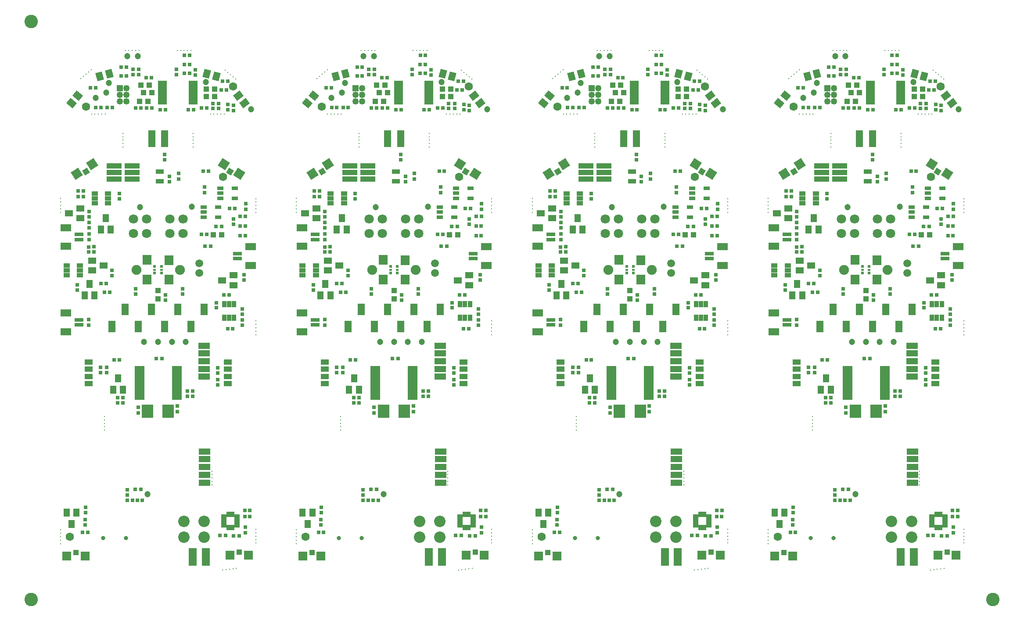
<source format=gts>
G04*
G04 #@! TF.GenerationSoftware,Altium Limited,Altium Designer,18.0.9 (584)*
G04*
G04 Layer_Color=8388736*
%FSLAX44Y44*%
%MOMM*%
G71*
G01*
G75*
%ADD89C,2.6000*%
%ADD90R,2.2032X1.2222*%
%ADD91R,2.2032X2.6032*%
%ADD92R,1.1032X1.1032*%
%ADD93R,0.8032X0.8032*%
%ADD94R,0.8032X0.8032*%
%ADD95R,1.1032X1.1032*%
%ADD96P,2.4087X4X192.3*%
%ADD97P,1.5602X4X192.3*%
%ADD98P,1.5602X4X257.7*%
%ADD99P,2.4087X4X257.7*%
%ADD100R,1.6000X3.4000*%
%ADD101R,1.7032X1.9532*%
%ADD102R,1.4032X3.2032*%
%ADD103R,1.7032X1.7032*%
%ADD104R,0.6032X0.6032*%
%ADD105R,0.6032X0.4032*%
%ADD106R,2.9496X1.0996*%
%ADD107R,1.4001X2.3102*%
%ADD108R,1.2032X1.6032*%
%ADD109R,0.8032X0.7032*%
%ADD110R,1.5032X0.9032*%
%ADD111R,0.7032X0.8032*%
%ADD112R,1.3032X0.8032*%
%ADD113R,1.0162X0.5082*%
%ADD114R,0.5082X1.0162*%
%ADD115R,1.2032X0.9032*%
%ADD116R,0.9032X1.2032*%
%ADD117R,1.9532X0.6532*%
%ADD118R,1.6032X1.0032*%
%ADD119C,1.2032*%
%ADD120C,1.6000*%
%ADD121R,1.6032X1.2032*%
%ADD122R,1.7532X0.8032*%
%ADD123R,2.0032X1.4032*%
G04:AMPARAMS|DCode=124|XSize=1.3032mm|YSize=1.6032mm|CornerRadius=0mm|HoleSize=0mm|Usage=FLASHONLY|Rotation=165.000|XOffset=0mm|YOffset=0mm|HoleType=Round|Shape=Rectangle|*
%AMROTATEDRECTD124*
4,1,4,0.8369,0.6056,0.4219,-0.9429,-0.8369,-0.6056,-0.4219,0.9429,0.8369,0.6056,0.0*
%
%ADD124ROTATEDRECTD124*%

G04:AMPARAMS|DCode=125|XSize=1.3032mm|YSize=1.6032mm|CornerRadius=0mm|HoleSize=0mm|Usage=FLASHONLY|Rotation=127.000|XOffset=0mm|YOffset=0mm|HoleType=Round|Shape=Rectangle|*
%AMROTATEDRECTD125*
4,1,4,1.0323,-0.0380,-0.2480,-1.0028,-1.0323,0.0380,0.2480,1.0028,1.0323,-0.0380,0.0*
%
%ADD125ROTATEDRECTD125*%

G04:AMPARAMS|DCode=126|XSize=1.3032mm|YSize=1.6032mm|CornerRadius=0mm|HoleSize=0mm|Usage=FLASHONLY|Rotation=195.000|XOffset=0mm|YOffset=0mm|HoleType=Round|Shape=Rectangle|*
%AMROTATEDRECTD126*
4,1,4,0.4219,0.9429,0.8369,-0.6056,-0.4219,-0.9429,-0.8369,0.6056,0.4219,0.9429,0.0*
%
%ADD126ROTATEDRECTD126*%

G04:AMPARAMS|DCode=127|XSize=1.3032mm|YSize=1.6032mm|CornerRadius=0mm|HoleSize=0mm|Usage=FLASHONLY|Rotation=230.000|XOffset=0mm|YOffset=0mm|HoleType=Round|Shape=Rectangle|*
%AMROTATEDRECTD127*
4,1,4,-0.1952,1.0144,1.0329,-0.0161,0.1952,-1.0144,-1.0329,0.0161,-0.1952,1.0144,0.0*
%
%ADD127ROTATEDRECTD127*%

%ADD128R,1.6532X0.6532*%
%ADD129C,0.2032*%
%ADD130C,0.9032*%
%ADD131C,1.8034*%
%ADD132C,2.2032*%
%ADD133C,1.9024*%
%ADD134C,1.5028*%
%ADD135C,0.8032*%
%ADD136C,1.2532*%
%ADD137R,1.2532X1.2532*%
D89*
X70000Y70000D02*
D03*
Y1185250D02*
D03*
X1925430Y70000D02*
D03*
D90*
X403893Y559691D02*
D03*
Y544691D02*
D03*
Y529691D02*
D03*
Y514691D02*
D03*
Y499691D02*
D03*
X404501Y295489D02*
D03*
Y310489D02*
D03*
Y325489D02*
D03*
Y340489D02*
D03*
Y355489D02*
D03*
X859000Y559691D02*
D03*
Y544691D02*
D03*
Y529691D02*
D03*
Y514691D02*
D03*
Y499691D02*
D03*
X859608Y295489D02*
D03*
Y310489D02*
D03*
Y325489D02*
D03*
Y340489D02*
D03*
Y355489D02*
D03*
X1314107Y559691D02*
D03*
Y544691D02*
D03*
Y529691D02*
D03*
Y514691D02*
D03*
Y499691D02*
D03*
X1314716Y295489D02*
D03*
Y310489D02*
D03*
Y325489D02*
D03*
Y340489D02*
D03*
Y355489D02*
D03*
X1769215Y559691D02*
D03*
Y544691D02*
D03*
Y529691D02*
D03*
Y514691D02*
D03*
Y499691D02*
D03*
X1769823Y295489D02*
D03*
Y310489D02*
D03*
Y325489D02*
D03*
Y340489D02*
D03*
Y355489D02*
D03*
D91*
X294649Y432852D02*
D03*
X334649D02*
D03*
X749757D02*
D03*
X789757D02*
D03*
X1204864D02*
D03*
X1244864D02*
D03*
X1659972D02*
D03*
X1699972D02*
D03*
D92*
X314993Y665607D02*
D03*
Y649607D02*
D03*
X770100Y665607D02*
D03*
Y649607D02*
D03*
X1225207Y665607D02*
D03*
Y649607D02*
D03*
X1680315Y665607D02*
D03*
Y649607D02*
D03*
D93*
X276385Y429578D02*
D03*
Y440578D02*
D03*
X352077Y443548D02*
D03*
Y432548D02*
D03*
X354305Y892448D02*
D03*
Y881448D02*
D03*
X483395Y198249D02*
D03*
Y209249D02*
D03*
X181201Y610060D02*
D03*
Y599060D02*
D03*
X181551Y775200D02*
D03*
Y764200D02*
D03*
X404801Y865450D02*
D03*
Y854450D02*
D03*
X483751Y822250D02*
D03*
Y833250D02*
D03*
X731492Y429578D02*
D03*
Y440578D02*
D03*
X807184Y443548D02*
D03*
Y432548D02*
D03*
X809412Y892448D02*
D03*
Y881448D02*
D03*
X938502Y198249D02*
D03*
Y209249D02*
D03*
X636308Y610060D02*
D03*
Y599060D02*
D03*
X636658Y775200D02*
D03*
Y764200D02*
D03*
X859908Y865450D02*
D03*
Y854450D02*
D03*
X938858Y822250D02*
D03*
Y833250D02*
D03*
X1186600Y429578D02*
D03*
Y440578D02*
D03*
X1262292Y443548D02*
D03*
Y432548D02*
D03*
X1264520Y892448D02*
D03*
Y881448D02*
D03*
X1393609Y198249D02*
D03*
Y209249D02*
D03*
X1091416Y610060D02*
D03*
Y599060D02*
D03*
X1091766Y775200D02*
D03*
Y764200D02*
D03*
X1315016Y865450D02*
D03*
Y854450D02*
D03*
X1393966Y822250D02*
D03*
Y833250D02*
D03*
X1641707Y429578D02*
D03*
Y440578D02*
D03*
X1717399Y443548D02*
D03*
Y432548D02*
D03*
X1719627Y892448D02*
D03*
Y881448D02*
D03*
X1848717Y198249D02*
D03*
Y209249D02*
D03*
X1546523Y610060D02*
D03*
Y599060D02*
D03*
X1546873Y775200D02*
D03*
Y764200D02*
D03*
X1770123Y865450D02*
D03*
Y854450D02*
D03*
X1849073Y822250D02*
D03*
Y833250D02*
D03*
D94*
X471483Y192648D02*
D03*
X460483D02*
D03*
X437251Y789315D02*
D03*
X426250D02*
D03*
X434067Y193410D02*
D03*
X445067D02*
D03*
X416551Y751450D02*
D03*
X405551D02*
D03*
X322639Y534786D02*
D03*
X311639D02*
D03*
X281551Y282700D02*
D03*
X270551D02*
D03*
X926590Y192648D02*
D03*
X915590D02*
D03*
X892358Y789315D02*
D03*
X881358D02*
D03*
X889174Y193410D02*
D03*
X900174D02*
D03*
X871658Y751450D02*
D03*
X860658D02*
D03*
X777746Y534786D02*
D03*
X766746D02*
D03*
X736658Y282700D02*
D03*
X725658D02*
D03*
X1381698Y192648D02*
D03*
X1370698D02*
D03*
X1347465Y789315D02*
D03*
X1336465D02*
D03*
X1344282Y193410D02*
D03*
X1355282D02*
D03*
X1326766Y751450D02*
D03*
X1315766D02*
D03*
X1232854Y534786D02*
D03*
X1221854D02*
D03*
X1191766Y282700D02*
D03*
X1180766D02*
D03*
X1836805Y192648D02*
D03*
X1825805D02*
D03*
X1802573Y789315D02*
D03*
X1791573D02*
D03*
X1799389Y193410D02*
D03*
X1810389D02*
D03*
X1781873Y751450D02*
D03*
X1770873D02*
D03*
X1687961Y534786D02*
D03*
X1676961D02*
D03*
X1646873Y282700D02*
D03*
X1635873D02*
D03*
D95*
X421750Y773315D02*
D03*
X437751D02*
D03*
X156471Y160500D02*
D03*
X471431Y161750D02*
D03*
X876858Y773315D02*
D03*
X892858D02*
D03*
X611578Y160500D02*
D03*
X926538Y161750D02*
D03*
X1331965Y773315D02*
D03*
X1347965D02*
D03*
X1066686Y160500D02*
D03*
X1381646Y161750D02*
D03*
X1787073Y773315D02*
D03*
X1803073D02*
D03*
X1521793Y160500D02*
D03*
X1836753Y161750D02*
D03*
X302750Y1048000D02*
D03*
X286750D02*
D03*
X408250Y1054200D02*
D03*
X424250D02*
D03*
X297500Y1062250D02*
D03*
X281500D02*
D03*
X295250Y1031250D02*
D03*
X279250D02*
D03*
X408250Y1039950D02*
D03*
X424250D02*
D03*
X757749Y1048000D02*
D03*
X741749D02*
D03*
X863249Y1054200D02*
D03*
X879249D02*
D03*
X752499Y1062250D02*
D03*
X736499D02*
D03*
X750249Y1031250D02*
D03*
X734249D02*
D03*
X863249Y1039950D02*
D03*
X879249D02*
D03*
X1212748Y1048000D02*
D03*
X1196748D02*
D03*
X1318248Y1054200D02*
D03*
X1334248D02*
D03*
X1207498Y1062250D02*
D03*
X1191498D02*
D03*
X1205248Y1031250D02*
D03*
X1189248D02*
D03*
X1318248Y1039950D02*
D03*
X1334248D02*
D03*
X1667748Y1048000D02*
D03*
X1651748D02*
D03*
X1773247Y1054200D02*
D03*
X1789247D02*
D03*
X1662498Y1062250D02*
D03*
X1646498D02*
D03*
X1660248Y1031250D02*
D03*
X1644248D02*
D03*
X1773247Y1039950D02*
D03*
X1789247D02*
D03*
D96*
X471551Y891321D02*
D03*
X442085Y910209D02*
D03*
X926658Y891321D02*
D03*
X897192Y910209D02*
D03*
X1381766Y891321D02*
D03*
X1352300Y910209D02*
D03*
X1836873Y891321D02*
D03*
X1807407Y910209D02*
D03*
D97*
X453310Y895293D02*
D03*
X908418D02*
D03*
X1363525D02*
D03*
X1818632D02*
D03*
D98*
X176253Y895274D02*
D03*
X631360D02*
D03*
X1086468D02*
D03*
X1541575D02*
D03*
D99*
X158012Y891302D02*
D03*
X187478Y910190D02*
D03*
X613119Y891302D02*
D03*
X642586Y910190D02*
D03*
X1068227Y891302D02*
D03*
X1097693Y910190D02*
D03*
X1523334Y891302D02*
D03*
X1552800Y910190D02*
D03*
D100*
X407051Y152200D02*
D03*
X382051D02*
D03*
X862158D02*
D03*
X837158D02*
D03*
X1317266D02*
D03*
X1292266D02*
D03*
X1772373D02*
D03*
X1747373D02*
D03*
D101*
X336273Y724802D02*
D03*
Y687302D02*
D03*
X293773Y725052D02*
D03*
Y687552D02*
D03*
X791380Y724802D02*
D03*
Y687302D02*
D03*
X748880Y725052D02*
D03*
Y687552D02*
D03*
X1246488Y724802D02*
D03*
Y687302D02*
D03*
X1203988Y725052D02*
D03*
Y687552D02*
D03*
X1701595Y724802D02*
D03*
Y687302D02*
D03*
X1659095Y725052D02*
D03*
Y687552D02*
D03*
D102*
X302691Y958730D02*
D03*
X327691D02*
D03*
X757798D02*
D03*
X782798D02*
D03*
X1212906D02*
D03*
X1237906D02*
D03*
X1668013D02*
D03*
X1693013D02*
D03*
D103*
X138971Y154000D02*
D03*
X173971D02*
D03*
X488931Y155250D02*
D03*
X453931D02*
D03*
X594078Y154000D02*
D03*
X629078D02*
D03*
X944038Y155250D02*
D03*
X909038D02*
D03*
X1049186Y154000D02*
D03*
X1084186D02*
D03*
X1399146Y155250D02*
D03*
X1364146D02*
D03*
X1504293Y154000D02*
D03*
X1539293D02*
D03*
X1854253Y155250D02*
D03*
X1819253D02*
D03*
D104*
X321389Y700184D02*
D03*
Y712184D02*
D03*
X308389D02*
D03*
Y700184D02*
D03*
X776496D02*
D03*
Y712184D02*
D03*
X763496D02*
D03*
Y700184D02*
D03*
X1231604D02*
D03*
Y712184D02*
D03*
X1218604D02*
D03*
Y700184D02*
D03*
X1686711D02*
D03*
Y712184D02*
D03*
X1673711D02*
D03*
Y700184D02*
D03*
D105*
X321389Y706184D02*
D03*
X308389D02*
D03*
X776496D02*
D03*
X763496D02*
D03*
X1231604D02*
D03*
X1218604D02*
D03*
X1686711D02*
D03*
X1673711D02*
D03*
D106*
X264463Y906252D02*
D03*
Y893552D02*
D03*
Y880852D02*
D03*
X229963Y906252D02*
D03*
Y893552D02*
D03*
Y880852D02*
D03*
X719570Y906252D02*
D03*
Y893552D02*
D03*
Y880852D02*
D03*
X685070Y906252D02*
D03*
Y893552D02*
D03*
Y880852D02*
D03*
X1174678Y906252D02*
D03*
Y893552D02*
D03*
Y880852D02*
D03*
X1140178Y906252D02*
D03*
Y893552D02*
D03*
Y880852D02*
D03*
X1629785Y906252D02*
D03*
Y893552D02*
D03*
Y880852D02*
D03*
X1595285Y906252D02*
D03*
Y893552D02*
D03*
Y880852D02*
D03*
D107*
X226153Y596452D02*
D03*
X251553Y629352D02*
D03*
X276953Y596452D02*
D03*
X302353Y629352D02*
D03*
X327753Y596452D02*
D03*
X353153Y629352D02*
D03*
X378553Y596452D02*
D03*
X403953Y629352D02*
D03*
X681260Y596452D02*
D03*
X706660Y629352D02*
D03*
X732060Y596452D02*
D03*
X757460Y629352D02*
D03*
X782860Y596452D02*
D03*
X808260Y629352D02*
D03*
X833660Y596452D02*
D03*
X859060Y629352D02*
D03*
X1136368Y596452D02*
D03*
X1161768Y629352D02*
D03*
X1187168Y596452D02*
D03*
X1212568Y629352D02*
D03*
X1237968Y596452D02*
D03*
X1263368Y629352D02*
D03*
X1288768Y596452D02*
D03*
X1314168Y629352D02*
D03*
X1591475Y596452D02*
D03*
X1616875Y629352D02*
D03*
X1642275Y596452D02*
D03*
X1667675Y629352D02*
D03*
X1693075Y596452D02*
D03*
X1718475Y629352D02*
D03*
X1743875Y596452D02*
D03*
X1769275Y629352D02*
D03*
D108*
X138615Y237964D02*
D03*
X157615D02*
D03*
X148115Y215964D02*
D03*
X247301Y474450D02*
D03*
X228301D02*
D03*
X237801Y496450D02*
D03*
X192051Y656450D02*
D03*
X173051D02*
D03*
X182551Y678450D02*
D03*
X223551Y783700D02*
D03*
X204551D02*
D03*
X214051Y805700D02*
D03*
X593722Y237964D02*
D03*
X612722D02*
D03*
X603222Y215964D02*
D03*
X702408Y474450D02*
D03*
X683408D02*
D03*
X692908Y496450D02*
D03*
X647158Y656450D02*
D03*
X628158D02*
D03*
X637658Y678450D02*
D03*
X678658Y783700D02*
D03*
X659658D02*
D03*
X669158Y805700D02*
D03*
X1048830Y237964D02*
D03*
X1067830D02*
D03*
X1058330Y215964D02*
D03*
X1157516Y474450D02*
D03*
X1138516D02*
D03*
X1148016Y496450D02*
D03*
X1102266Y656450D02*
D03*
X1083266D02*
D03*
X1092766Y678450D02*
D03*
X1133766Y783700D02*
D03*
X1114766D02*
D03*
X1124266Y805700D02*
D03*
X1503937Y237964D02*
D03*
X1522937D02*
D03*
X1513437Y215964D02*
D03*
X1612623Y474450D02*
D03*
X1593623D02*
D03*
X1603123Y496450D02*
D03*
X1557373Y656450D02*
D03*
X1538373D02*
D03*
X1547873Y678450D02*
D03*
X1588873Y783700D02*
D03*
X1569873D02*
D03*
X1579373Y805700D02*
D03*
D109*
X329470Y647481D02*
D03*
Y657481D02*
D03*
X337033Y886354D02*
D03*
Y876354D02*
D03*
X362001Y659000D02*
D03*
Y669000D02*
D03*
X271251Y659000D02*
D03*
Y669000D02*
D03*
X327751Y918565D02*
D03*
Y928565D02*
D03*
X174091Y214152D02*
D03*
Y224152D02*
D03*
X174751Y248000D02*
D03*
Y238000D02*
D03*
X460095Y793874D02*
D03*
Y803874D02*
D03*
X204251Y507565D02*
D03*
Y517565D02*
D03*
X215751Y507565D02*
D03*
Y517565D02*
D03*
X237023Y449302D02*
D03*
Y459302D02*
D03*
X247273Y449302D02*
D03*
Y459302D02*
D03*
X430055Y507113D02*
D03*
Y517113D02*
D03*
X430051Y484200D02*
D03*
Y494200D02*
D03*
X239877Y853150D02*
D03*
Y843150D02*
D03*
X159037Y677039D02*
D03*
Y667039D02*
D03*
X225859Y704586D02*
D03*
Y694586D02*
D03*
X181051Y750200D02*
D03*
Y740200D02*
D03*
X191250Y750315D02*
D03*
Y740315D02*
D03*
X181500Y808315D02*
D03*
Y818315D02*
D03*
Y796815D02*
D03*
Y786815D02*
D03*
X480881Y686076D02*
D03*
Y696076D02*
D03*
X255075Y271548D02*
D03*
Y281548D02*
D03*
X477579Y620638D02*
D03*
Y630638D02*
D03*
X427051Y632700D02*
D03*
Y642700D02*
D03*
X477501Y609250D02*
D03*
Y599250D02*
D03*
X784578Y647481D02*
D03*
Y657481D02*
D03*
X792140Y886354D02*
D03*
Y876354D02*
D03*
X817108Y659000D02*
D03*
Y669000D02*
D03*
X726358Y659000D02*
D03*
Y669000D02*
D03*
X782858Y918565D02*
D03*
Y928565D02*
D03*
X629198Y214152D02*
D03*
Y224152D02*
D03*
X629858Y248000D02*
D03*
Y238000D02*
D03*
X915202Y793874D02*
D03*
Y803874D02*
D03*
X659358Y507565D02*
D03*
Y517565D02*
D03*
X670858Y507565D02*
D03*
Y517565D02*
D03*
X692130Y449302D02*
D03*
Y459302D02*
D03*
X702380Y449302D02*
D03*
Y459302D02*
D03*
X885162Y507113D02*
D03*
Y517113D02*
D03*
X885158Y484200D02*
D03*
Y494200D02*
D03*
X694984Y853150D02*
D03*
Y843150D02*
D03*
X614144Y677039D02*
D03*
Y667039D02*
D03*
X680966Y704586D02*
D03*
Y694586D02*
D03*
X636158Y750200D02*
D03*
Y740200D02*
D03*
X646358Y750315D02*
D03*
Y740315D02*
D03*
X636608Y808315D02*
D03*
Y818315D02*
D03*
Y796815D02*
D03*
Y786815D02*
D03*
X935988Y686076D02*
D03*
Y696076D02*
D03*
X710182Y271548D02*
D03*
Y281548D02*
D03*
X932686Y620638D02*
D03*
Y630638D02*
D03*
X882158Y632700D02*
D03*
Y642700D02*
D03*
X932608Y609250D02*
D03*
Y599250D02*
D03*
X1239685Y647481D02*
D03*
Y657481D02*
D03*
X1247248Y886354D02*
D03*
Y876354D02*
D03*
X1272216Y659000D02*
D03*
Y669000D02*
D03*
X1181466Y659000D02*
D03*
Y669000D02*
D03*
X1237965Y918565D02*
D03*
Y928565D02*
D03*
X1084306Y214152D02*
D03*
Y224152D02*
D03*
X1084966Y248000D02*
D03*
Y238000D02*
D03*
X1370310Y793874D02*
D03*
Y803874D02*
D03*
X1114465Y507565D02*
D03*
Y517565D02*
D03*
X1125965Y507565D02*
D03*
Y517565D02*
D03*
X1147238Y449302D02*
D03*
Y459302D02*
D03*
X1157488Y449302D02*
D03*
Y459302D02*
D03*
X1340269Y507113D02*
D03*
Y517113D02*
D03*
X1340266Y484200D02*
D03*
Y494200D02*
D03*
X1150092Y853150D02*
D03*
Y843150D02*
D03*
X1069251Y677039D02*
D03*
Y667039D02*
D03*
X1136074Y704586D02*
D03*
Y694586D02*
D03*
X1091266Y750200D02*
D03*
Y740200D02*
D03*
X1101465Y750315D02*
D03*
Y740315D02*
D03*
X1091715Y808315D02*
D03*
Y818315D02*
D03*
Y796815D02*
D03*
Y786815D02*
D03*
X1391096Y686076D02*
D03*
Y696076D02*
D03*
X1165290Y271548D02*
D03*
Y281548D02*
D03*
X1387794Y620638D02*
D03*
Y630638D02*
D03*
X1337266Y632700D02*
D03*
Y642700D02*
D03*
X1387716Y609250D02*
D03*
Y599250D02*
D03*
X1694793Y647481D02*
D03*
Y657481D02*
D03*
X1702355Y886354D02*
D03*
Y876354D02*
D03*
X1727323Y659000D02*
D03*
Y669000D02*
D03*
X1636573Y659000D02*
D03*
Y669000D02*
D03*
X1693073Y918565D02*
D03*
Y928565D02*
D03*
X1539413Y214152D02*
D03*
Y224152D02*
D03*
X1540073Y248000D02*
D03*
Y238000D02*
D03*
X1825417Y793874D02*
D03*
Y803874D02*
D03*
X1569573Y507565D02*
D03*
Y517565D02*
D03*
X1581073Y507565D02*
D03*
Y517565D02*
D03*
X1602345Y449302D02*
D03*
Y459302D02*
D03*
X1612595Y449302D02*
D03*
Y459302D02*
D03*
X1795377Y507113D02*
D03*
Y517113D02*
D03*
X1795373Y484200D02*
D03*
Y494200D02*
D03*
X1605199Y853150D02*
D03*
Y843150D02*
D03*
X1524359Y677039D02*
D03*
Y667039D02*
D03*
X1591181Y704586D02*
D03*
Y694586D02*
D03*
X1546373Y750200D02*
D03*
Y740200D02*
D03*
X1556573Y750315D02*
D03*
Y740315D02*
D03*
X1546823Y808315D02*
D03*
Y818315D02*
D03*
Y796815D02*
D03*
Y786815D02*
D03*
X1846203Y686076D02*
D03*
Y696076D02*
D03*
X1620397Y271548D02*
D03*
Y281548D02*
D03*
X1842901Y620638D02*
D03*
Y630638D02*
D03*
X1792373Y632700D02*
D03*
Y642700D02*
D03*
X1842823Y609250D02*
D03*
Y599250D02*
D03*
X460250Y1013500D02*
D03*
Y1023500D02*
D03*
X449750Y1015250D02*
D03*
Y1025250D02*
D03*
X431750Y1027000D02*
D03*
Y1017000D02*
D03*
X420500Y1027000D02*
D03*
Y1017000D02*
D03*
X277250Y1092750D02*
D03*
Y1082750D02*
D03*
X386500Y1091500D02*
D03*
Y1081500D02*
D03*
X266500Y1092750D02*
D03*
Y1082750D02*
D03*
X350000Y1092500D02*
D03*
Y1082500D02*
D03*
X915249Y1013500D02*
D03*
Y1023500D02*
D03*
X904749Y1015250D02*
D03*
Y1025250D02*
D03*
X886749Y1027000D02*
D03*
Y1017000D02*
D03*
X875499Y1027000D02*
D03*
Y1017000D02*
D03*
X732249Y1092750D02*
D03*
Y1082750D02*
D03*
X841499Y1091500D02*
D03*
Y1081500D02*
D03*
X721499Y1092750D02*
D03*
Y1082750D02*
D03*
X804999Y1092500D02*
D03*
Y1082500D02*
D03*
X1370248Y1013500D02*
D03*
Y1023500D02*
D03*
X1359748Y1015250D02*
D03*
Y1025250D02*
D03*
X1341748Y1027000D02*
D03*
Y1017000D02*
D03*
X1330498Y1027000D02*
D03*
Y1017000D02*
D03*
X1187248Y1092750D02*
D03*
Y1082750D02*
D03*
X1296498Y1091500D02*
D03*
Y1081500D02*
D03*
X1176498Y1092750D02*
D03*
Y1082750D02*
D03*
X1259998Y1092500D02*
D03*
Y1082500D02*
D03*
X1825248Y1013500D02*
D03*
Y1023500D02*
D03*
X1814748Y1015250D02*
D03*
Y1025250D02*
D03*
X1796748Y1027000D02*
D03*
Y1017000D02*
D03*
X1785498Y1027000D02*
D03*
Y1017000D02*
D03*
X1642248Y1092750D02*
D03*
Y1082750D02*
D03*
X1751498Y1091500D02*
D03*
Y1081500D02*
D03*
X1631498Y1092750D02*
D03*
Y1082750D02*
D03*
X1714998Y1092500D02*
D03*
Y1082500D02*
D03*
D110*
X318551Y876450D02*
D03*
Y895450D02*
D03*
X773658Y876450D02*
D03*
Y895450D02*
D03*
X1228766Y876450D02*
D03*
Y895450D02*
D03*
X1683873Y876450D02*
D03*
Y895450D02*
D03*
D111*
X169171Y199768D02*
D03*
X179171D02*
D03*
X371381Y461836D02*
D03*
X381381D02*
D03*
X371287Y472504D02*
D03*
X381287D02*
D03*
X483395Y809373D02*
D03*
X473395D02*
D03*
X482057Y230240D02*
D03*
X492057D02*
D03*
X482124Y241937D02*
D03*
X492124D02*
D03*
X398801Y774700D02*
D03*
X408801D02*
D03*
X483140Y790577D02*
D03*
X473140D02*
D03*
X230501Y531815D02*
D03*
X240501D02*
D03*
X211801Y662950D02*
D03*
X221801D02*
D03*
X161000Y858565D02*
D03*
X171000D02*
D03*
Y847065D02*
D03*
X161000D02*
D03*
X214501Y679315D02*
D03*
X204501D02*
D03*
X462660Y824359D02*
D03*
X452660D02*
D03*
X412051Y895950D02*
D03*
X402051D02*
D03*
X441645Y657481D02*
D03*
X451645D02*
D03*
X483140Y772035D02*
D03*
X473140D02*
D03*
X284627Y261516D02*
D03*
X274627D02*
D03*
X255329Y261482D02*
D03*
X265329D02*
D03*
X459011Y591949D02*
D03*
X449011D02*
D03*
X624278Y199768D02*
D03*
X634278D02*
D03*
X826488Y461836D02*
D03*
X836488D02*
D03*
X826394Y472504D02*
D03*
X836394D02*
D03*
X938502Y809373D02*
D03*
X928502D02*
D03*
X937164Y230240D02*
D03*
X947164D02*
D03*
X937232Y241937D02*
D03*
X947232D02*
D03*
X853908Y774700D02*
D03*
X863908D02*
D03*
X938248Y790577D02*
D03*
X928248D02*
D03*
X685608Y531815D02*
D03*
X695608D02*
D03*
X666908Y662950D02*
D03*
X676908D02*
D03*
X616108Y858565D02*
D03*
X626108D02*
D03*
Y847065D02*
D03*
X616108D02*
D03*
X669608Y679315D02*
D03*
X659608D02*
D03*
X917768Y824359D02*
D03*
X907768D02*
D03*
X867158Y895950D02*
D03*
X857158D02*
D03*
X896752Y657481D02*
D03*
X906752D02*
D03*
X938248Y772035D02*
D03*
X928248D02*
D03*
X739734Y261516D02*
D03*
X729734D02*
D03*
X710436Y261482D02*
D03*
X720436D02*
D03*
X914118Y591949D02*
D03*
X904118D02*
D03*
X1079386Y199768D02*
D03*
X1089386D02*
D03*
X1281596Y461836D02*
D03*
X1291596D02*
D03*
X1281502Y472504D02*
D03*
X1291502D02*
D03*
X1393609Y809373D02*
D03*
X1383609D02*
D03*
X1392272Y230240D02*
D03*
X1402272D02*
D03*
X1392339Y241937D02*
D03*
X1402339D02*
D03*
X1309016Y774700D02*
D03*
X1319016D02*
D03*
X1393355Y790577D02*
D03*
X1383355D02*
D03*
X1140715Y531815D02*
D03*
X1150715D02*
D03*
X1122016Y662950D02*
D03*
X1132016D02*
D03*
X1071215Y858565D02*
D03*
X1081215D02*
D03*
Y847065D02*
D03*
X1071215D02*
D03*
X1124715Y679315D02*
D03*
X1114715D02*
D03*
X1372875Y824359D02*
D03*
X1362875D02*
D03*
X1322266Y895950D02*
D03*
X1312266D02*
D03*
X1351859Y657481D02*
D03*
X1361859D02*
D03*
X1393355Y772035D02*
D03*
X1383355D02*
D03*
X1194842Y261516D02*
D03*
X1184842D02*
D03*
X1165544Y261482D02*
D03*
X1175544D02*
D03*
X1369225Y591949D02*
D03*
X1359225D02*
D03*
X1534493Y199768D02*
D03*
X1544493D02*
D03*
X1736703Y461836D02*
D03*
X1746703D02*
D03*
X1736609Y472504D02*
D03*
X1746609D02*
D03*
X1848717Y809373D02*
D03*
X1838717D02*
D03*
X1847379Y230240D02*
D03*
X1857379D02*
D03*
X1847447Y241937D02*
D03*
X1857447D02*
D03*
X1764123Y774700D02*
D03*
X1774123D02*
D03*
X1848463Y790577D02*
D03*
X1838463D02*
D03*
X1595823Y531815D02*
D03*
X1605823D02*
D03*
X1577123Y662950D02*
D03*
X1587123D02*
D03*
X1526323Y858565D02*
D03*
X1536323D02*
D03*
Y847065D02*
D03*
X1526323D02*
D03*
X1579823Y679315D02*
D03*
X1569823D02*
D03*
X1827983Y824359D02*
D03*
X1817983D02*
D03*
X1777373Y895950D02*
D03*
X1767373D02*
D03*
X1806967Y657481D02*
D03*
X1816967D02*
D03*
X1848463Y772035D02*
D03*
X1838463D02*
D03*
X1649949Y261516D02*
D03*
X1639949D02*
D03*
X1620651Y261482D02*
D03*
X1630651D02*
D03*
X1824333Y591949D02*
D03*
X1814333D02*
D03*
X409000Y1018000D02*
D03*
X399000D02*
D03*
X365692Y1119994D02*
D03*
X375692D02*
D03*
X375500Y1085000D02*
D03*
X365500D02*
D03*
Y1102000D02*
D03*
X375500D02*
D03*
X446749Y1052750D02*
D03*
X436749D02*
D03*
X449249Y1070250D02*
D03*
X439249D02*
D03*
X216750Y1018750D02*
D03*
X226750D02*
D03*
X373000Y1014500D02*
D03*
X383000D02*
D03*
X328862Y1015092D02*
D03*
X318862D02*
D03*
X291750Y1076250D02*
D03*
X301750D02*
D03*
X292750Y1018250D02*
D03*
X302750D02*
D03*
X271500D02*
D03*
X281500D02*
D03*
X243750Y1096750D02*
D03*
X253750D02*
D03*
X194656Y1018902D02*
D03*
X204656D02*
D03*
X243750Y1079750D02*
D03*
X253750D02*
D03*
X184250Y1057500D02*
D03*
X194250D02*
D03*
X863999Y1018000D02*
D03*
X853999D02*
D03*
X820691Y1119994D02*
D03*
X830691D02*
D03*
X830499Y1085000D02*
D03*
X820499D02*
D03*
Y1102000D02*
D03*
X830499D02*
D03*
X901748Y1052750D02*
D03*
X891748D02*
D03*
X904248Y1070250D02*
D03*
X894248D02*
D03*
X671749Y1018750D02*
D03*
X681749D02*
D03*
X827999Y1014500D02*
D03*
X837999D02*
D03*
X783861Y1015092D02*
D03*
X773861D02*
D03*
X746749Y1076250D02*
D03*
X756749D02*
D03*
X747749Y1018250D02*
D03*
X757749D02*
D03*
X726499D02*
D03*
X736499D02*
D03*
X698749Y1096750D02*
D03*
X708749D02*
D03*
X649655Y1018902D02*
D03*
X659655D02*
D03*
X698749Y1079750D02*
D03*
X708749D02*
D03*
X639249Y1057500D02*
D03*
X649249D02*
D03*
X1318998Y1018000D02*
D03*
X1308998D02*
D03*
X1275690Y1119994D02*
D03*
X1285690D02*
D03*
X1285498Y1085000D02*
D03*
X1275498D02*
D03*
Y1102000D02*
D03*
X1285498D02*
D03*
X1356748Y1052750D02*
D03*
X1346748D02*
D03*
X1359248Y1070250D02*
D03*
X1349248D02*
D03*
X1126748Y1018750D02*
D03*
X1136748D02*
D03*
X1282998Y1014500D02*
D03*
X1292998D02*
D03*
X1238860Y1015092D02*
D03*
X1228860D02*
D03*
X1201748Y1076250D02*
D03*
X1211748D02*
D03*
X1202748Y1018250D02*
D03*
X1212748D02*
D03*
X1181498D02*
D03*
X1191498D02*
D03*
X1153748Y1096750D02*
D03*
X1163748D02*
D03*
X1104654Y1018902D02*
D03*
X1114654D02*
D03*
X1153748Y1079750D02*
D03*
X1163748D02*
D03*
X1094248Y1057500D02*
D03*
X1104248D02*
D03*
X1773998Y1018000D02*
D03*
X1763998D02*
D03*
X1730689Y1119994D02*
D03*
X1740689D02*
D03*
X1740498Y1085000D02*
D03*
X1730498D02*
D03*
Y1102000D02*
D03*
X1740498D02*
D03*
X1811747Y1052750D02*
D03*
X1801747D02*
D03*
X1814247Y1070250D02*
D03*
X1804247D02*
D03*
X1581748Y1018750D02*
D03*
X1591748D02*
D03*
X1737998Y1014500D02*
D03*
X1747998D02*
D03*
X1693859Y1015092D02*
D03*
X1683859D02*
D03*
X1656748Y1076250D02*
D03*
X1666748D02*
D03*
X1657748Y1018250D02*
D03*
X1667748D02*
D03*
X1636498D02*
D03*
X1646498D02*
D03*
X1608748Y1096750D02*
D03*
X1618748D02*
D03*
X1559653Y1018902D02*
D03*
X1569653D02*
D03*
X1608748Y1079750D02*
D03*
X1618748D02*
D03*
X1549248Y1057500D02*
D03*
X1559248D02*
D03*
D112*
X403051Y826700D02*
D03*
Y817200D02*
D03*
Y807700D02*
D03*
X431051D02*
D03*
Y826700D02*
D03*
X434695Y863064D02*
D03*
Y853564D02*
D03*
Y844064D02*
D03*
X462695D02*
D03*
Y863064D02*
D03*
X858158Y826700D02*
D03*
Y817200D02*
D03*
Y807700D02*
D03*
X886158D02*
D03*
Y826700D02*
D03*
X889802Y863064D02*
D03*
Y853564D02*
D03*
Y844064D02*
D03*
X917802D02*
D03*
Y863064D02*
D03*
X1313266Y826700D02*
D03*
Y817200D02*
D03*
Y807700D02*
D03*
X1341266D02*
D03*
Y826700D02*
D03*
X1344910Y863064D02*
D03*
Y853564D02*
D03*
Y844064D02*
D03*
X1372910D02*
D03*
Y863064D02*
D03*
X1768373Y826700D02*
D03*
Y817200D02*
D03*
Y807700D02*
D03*
X1796373D02*
D03*
Y826700D02*
D03*
X1800017Y863064D02*
D03*
Y853564D02*
D03*
Y844064D02*
D03*
X1828017D02*
D03*
Y863064D02*
D03*
D113*
X467303Y221452D02*
D03*
Y226452D02*
D03*
Y231452D02*
D03*
Y216452D02*
D03*
Y211452D02*
D03*
X441803Y221452D02*
D03*
Y216452D02*
D03*
Y211452D02*
D03*
Y226452D02*
D03*
Y231452D02*
D03*
X922410Y221452D02*
D03*
Y226452D02*
D03*
Y231452D02*
D03*
Y216452D02*
D03*
Y211452D02*
D03*
X896910Y221452D02*
D03*
Y216452D02*
D03*
Y211452D02*
D03*
Y226452D02*
D03*
Y231452D02*
D03*
X1377518Y221452D02*
D03*
Y226452D02*
D03*
Y231452D02*
D03*
Y216452D02*
D03*
Y211452D02*
D03*
X1352018Y221452D02*
D03*
Y216452D02*
D03*
Y211452D02*
D03*
Y226452D02*
D03*
Y231452D02*
D03*
X1832625Y221452D02*
D03*
Y226452D02*
D03*
Y231452D02*
D03*
Y216452D02*
D03*
Y211452D02*
D03*
X1807125Y221452D02*
D03*
Y216452D02*
D03*
Y211452D02*
D03*
Y226452D02*
D03*
Y231452D02*
D03*
D114*
X454553Y208702D02*
D03*
X459553D02*
D03*
X449553D02*
D03*
Y234202D02*
D03*
X459553D02*
D03*
X454553D02*
D03*
X909660Y208702D02*
D03*
X914660D02*
D03*
X904660D02*
D03*
Y234202D02*
D03*
X914660D02*
D03*
X909660D02*
D03*
X1364768Y208702D02*
D03*
X1369768D02*
D03*
X1359768D02*
D03*
Y234202D02*
D03*
X1369768D02*
D03*
X1364768D02*
D03*
X1819875Y208702D02*
D03*
X1824875D02*
D03*
X1814875D02*
D03*
Y234202D02*
D03*
X1824875D02*
D03*
X1819875D02*
D03*
D115*
X218541Y834158D02*
D03*
Y843658D02*
D03*
Y853158D02*
D03*
X192541Y843658D02*
D03*
Y853158D02*
D03*
Y834158D02*
D03*
X138391Y695348D02*
D03*
Y714348D02*
D03*
Y704848D02*
D03*
X164391Y714348D02*
D03*
Y704848D02*
D03*
Y695348D02*
D03*
X673648Y834158D02*
D03*
Y843658D02*
D03*
Y853158D02*
D03*
X647648Y843658D02*
D03*
Y853158D02*
D03*
Y834158D02*
D03*
X593498Y695348D02*
D03*
Y714348D02*
D03*
Y704848D02*
D03*
X619498Y714348D02*
D03*
Y704848D02*
D03*
Y695348D02*
D03*
X1128756Y834158D02*
D03*
Y843658D02*
D03*
Y853158D02*
D03*
X1102756Y843658D02*
D03*
Y853158D02*
D03*
Y834158D02*
D03*
X1048606Y695348D02*
D03*
Y714348D02*
D03*
Y704848D02*
D03*
X1074606Y714348D02*
D03*
Y704848D02*
D03*
Y695348D02*
D03*
X1583863Y834158D02*
D03*
Y843658D02*
D03*
Y853158D02*
D03*
X1557863Y843658D02*
D03*
Y853158D02*
D03*
Y834158D02*
D03*
X1503713Y695348D02*
D03*
Y714348D02*
D03*
Y704848D02*
D03*
X1529713Y714348D02*
D03*
Y704848D02*
D03*
Y695348D02*
D03*
D116*
X461213Y639696D02*
D03*
X451713D02*
D03*
X442213D02*
D03*
X451713Y613696D02*
D03*
X442213D02*
D03*
X461213D02*
D03*
X916320Y639696D02*
D03*
X906820D02*
D03*
X897320D02*
D03*
X906820Y613696D02*
D03*
X897320D02*
D03*
X916320D02*
D03*
X1371428Y639696D02*
D03*
X1361928D02*
D03*
X1352428D02*
D03*
X1361928Y613696D02*
D03*
X1352428D02*
D03*
X1371428D02*
D03*
X1826535Y639696D02*
D03*
X1817035D02*
D03*
X1807535D02*
D03*
X1817035Y613696D02*
D03*
X1807535D02*
D03*
X1826535D02*
D03*
D117*
X351129Y517198D02*
D03*
Y510698D02*
D03*
Y504198D02*
D03*
Y497698D02*
D03*
Y491198D02*
D03*
Y484698D02*
D03*
Y458698D02*
D03*
Y465198D02*
D03*
Y471698D02*
D03*
Y478198D02*
D03*
X279129D02*
D03*
Y471698D02*
D03*
Y465198D02*
D03*
Y458698D02*
D03*
Y484698D02*
D03*
Y491198D02*
D03*
Y497698D02*
D03*
Y504198D02*
D03*
Y510698D02*
D03*
Y517198D02*
D03*
X806236D02*
D03*
Y510698D02*
D03*
Y504198D02*
D03*
Y497698D02*
D03*
Y491198D02*
D03*
Y484698D02*
D03*
Y458698D02*
D03*
Y465198D02*
D03*
Y471698D02*
D03*
Y478198D02*
D03*
X734236D02*
D03*
Y471698D02*
D03*
Y465198D02*
D03*
Y458698D02*
D03*
Y484698D02*
D03*
Y491198D02*
D03*
Y497698D02*
D03*
Y504198D02*
D03*
Y510698D02*
D03*
Y517198D02*
D03*
X1261344D02*
D03*
Y510698D02*
D03*
Y504198D02*
D03*
Y497698D02*
D03*
Y491198D02*
D03*
Y484698D02*
D03*
Y458698D02*
D03*
Y465198D02*
D03*
Y471698D02*
D03*
Y478198D02*
D03*
X1189344D02*
D03*
Y471698D02*
D03*
Y465198D02*
D03*
Y458698D02*
D03*
Y484698D02*
D03*
Y491198D02*
D03*
Y497698D02*
D03*
Y504198D02*
D03*
Y510698D02*
D03*
Y517198D02*
D03*
X1716451D02*
D03*
Y510698D02*
D03*
Y504198D02*
D03*
Y497698D02*
D03*
Y491198D02*
D03*
Y484698D02*
D03*
Y458698D02*
D03*
Y465198D02*
D03*
Y471698D02*
D03*
Y478198D02*
D03*
X1644451D02*
D03*
Y471698D02*
D03*
Y465198D02*
D03*
Y458698D02*
D03*
Y484698D02*
D03*
Y491198D02*
D03*
Y497698D02*
D03*
Y504198D02*
D03*
Y510698D02*
D03*
Y517198D02*
D03*
D118*
X181051Y486200D02*
D03*
Y500200D02*
D03*
Y514200D02*
D03*
Y528200D02*
D03*
X449051Y486200D02*
D03*
Y500200D02*
D03*
Y514200D02*
D03*
Y528200D02*
D03*
X636158Y486200D02*
D03*
Y500200D02*
D03*
Y514200D02*
D03*
Y528200D02*
D03*
X904158Y486200D02*
D03*
Y500200D02*
D03*
Y514200D02*
D03*
Y528200D02*
D03*
X1091266Y486200D02*
D03*
Y500200D02*
D03*
Y514200D02*
D03*
Y528200D02*
D03*
X1359266Y486200D02*
D03*
Y500200D02*
D03*
Y514200D02*
D03*
Y528200D02*
D03*
X1546373Y486200D02*
D03*
Y500200D02*
D03*
Y514200D02*
D03*
Y528200D02*
D03*
X1814373Y486200D02*
D03*
Y500200D02*
D03*
Y514200D02*
D03*
Y528200D02*
D03*
D119*
X368333Y566738D02*
D03*
X380017Y828104D02*
D03*
X314739Y566738D02*
D03*
X294751Y272983D02*
D03*
X341663Y566738D02*
D03*
X287815D02*
D03*
X279750Y826565D02*
D03*
X823440Y566738D02*
D03*
X835124Y828104D02*
D03*
X769846Y566738D02*
D03*
X749858Y272983D02*
D03*
X796770Y566738D02*
D03*
X742922D02*
D03*
X734858Y826565D02*
D03*
X1278548Y566738D02*
D03*
X1290232Y828104D02*
D03*
X1224954Y566738D02*
D03*
X1204966Y272983D02*
D03*
X1251878Y566738D02*
D03*
X1198030D02*
D03*
X1189965Y826565D02*
D03*
X1733655Y566738D02*
D03*
X1745339Y828104D02*
D03*
X1680061Y566738D02*
D03*
X1660073Y272983D02*
D03*
X1706985Y566738D02*
D03*
X1653137D02*
D03*
X1645073Y826565D02*
D03*
X406750Y1068500D02*
D03*
X494499Y1015750D02*
D03*
X194250Y1037750D02*
D03*
X276030Y1118216D02*
D03*
X220250Y1066500D02*
D03*
X214500Y1048250D02*
D03*
X255750Y1118250D02*
D03*
X861749Y1068500D02*
D03*
X949498Y1015750D02*
D03*
X649249Y1037750D02*
D03*
X731029Y1118216D02*
D03*
X675249Y1066500D02*
D03*
X669499Y1048250D02*
D03*
X710749Y1118250D02*
D03*
X1316748Y1068500D02*
D03*
X1404498Y1015750D02*
D03*
X1104248Y1037750D02*
D03*
X1186028Y1118216D02*
D03*
X1130248Y1066500D02*
D03*
X1124498Y1048250D02*
D03*
X1165748Y1118250D02*
D03*
X1771748Y1068500D02*
D03*
X1859497Y1015750D02*
D03*
X1559248Y1037750D02*
D03*
X1641027Y1118216D02*
D03*
X1585248Y1066500D02*
D03*
X1579498Y1048250D02*
D03*
X1620748Y1118250D02*
D03*
D120*
X144523Y191052D02*
D03*
X440241Y885560D02*
D03*
X599630Y191052D02*
D03*
X895348Y885560D02*
D03*
X1054738Y191052D02*
D03*
X1350456Y885560D02*
D03*
X1509845Y191052D02*
D03*
X1805563Y885560D02*
D03*
X459499Y1059500D02*
D03*
X175499Y1021000D02*
D03*
X914498Y1059500D02*
D03*
X630498Y1021000D02*
D03*
X1369498Y1059500D02*
D03*
X1085498Y1021000D02*
D03*
X1824497Y1059500D02*
D03*
X1540497Y1021000D02*
D03*
D121*
X187349Y704898D02*
D03*
Y723898D02*
D03*
X209349Y714398D02*
D03*
X165001Y824500D02*
D03*
Y805500D02*
D03*
X143001Y815000D02*
D03*
X460307Y695264D02*
D03*
Y676264D02*
D03*
X438307Y685764D02*
D03*
X642456Y704898D02*
D03*
Y723898D02*
D03*
X664456Y714398D02*
D03*
X620108Y824500D02*
D03*
Y805500D02*
D03*
X598108Y815000D02*
D03*
X915414Y695264D02*
D03*
Y676264D02*
D03*
X893414Y685764D02*
D03*
X1097564Y704898D02*
D03*
Y723898D02*
D03*
X1119564Y714398D02*
D03*
X1075216Y824500D02*
D03*
Y805500D02*
D03*
X1053216Y815000D02*
D03*
X1370522Y695264D02*
D03*
Y676264D02*
D03*
X1348522Y685764D02*
D03*
X1552671Y704898D02*
D03*
Y723898D02*
D03*
X1574671Y714398D02*
D03*
X1530323Y824500D02*
D03*
Y805500D02*
D03*
X1508323Y815000D02*
D03*
X1825629Y695264D02*
D03*
Y676264D02*
D03*
X1803629Y685764D02*
D03*
D122*
X162511Y609610D02*
D03*
Y599610D02*
D03*
Y774200D02*
D03*
Y764200D02*
D03*
X467801Y727450D02*
D03*
Y737450D02*
D03*
X617618Y609610D02*
D03*
Y599610D02*
D03*
Y774200D02*
D03*
Y764200D02*
D03*
X922908Y727450D02*
D03*
Y737450D02*
D03*
X1072726Y609610D02*
D03*
Y599610D02*
D03*
Y774200D02*
D03*
Y764200D02*
D03*
X1378016Y727450D02*
D03*
Y737450D02*
D03*
X1527833Y609610D02*
D03*
Y599610D02*
D03*
Y774200D02*
D03*
Y764200D02*
D03*
X1833123Y727450D02*
D03*
Y737450D02*
D03*
D123*
X137261Y622610D02*
D03*
Y586610D02*
D03*
Y787200D02*
D03*
Y751200D02*
D03*
X493051Y714450D02*
D03*
Y750450D02*
D03*
X592368Y622610D02*
D03*
Y586610D02*
D03*
Y787200D02*
D03*
Y751200D02*
D03*
X948158Y714450D02*
D03*
Y750450D02*
D03*
X1047476Y622610D02*
D03*
Y586610D02*
D03*
Y787200D02*
D03*
Y751200D02*
D03*
X1403266Y714450D02*
D03*
Y750450D02*
D03*
X1502583Y622610D02*
D03*
Y586610D02*
D03*
Y787200D02*
D03*
Y751200D02*
D03*
X1858373Y714450D02*
D03*
Y750450D02*
D03*
D124*
X427370Y1079390D02*
D03*
X409017Y1084307D02*
D03*
X882369Y1079390D02*
D03*
X864016Y1084307D02*
D03*
X1337368Y1079390D02*
D03*
X1319016Y1084307D02*
D03*
X1792367Y1079390D02*
D03*
X1774015Y1084307D02*
D03*
D125*
X469755Y1042344D02*
D03*
X481190Y1027170D02*
D03*
X924754Y1042344D02*
D03*
X936189Y1027170D02*
D03*
X1379754Y1042344D02*
D03*
X1391188Y1027170D02*
D03*
X1834753Y1042344D02*
D03*
X1846187Y1027170D02*
D03*
D126*
X220870Y1084310D02*
D03*
X202517Y1079392D02*
D03*
X675869Y1084310D02*
D03*
X657516Y1079392D02*
D03*
X1130868Y1084310D02*
D03*
X1112515Y1079392D02*
D03*
X1585867Y1084310D02*
D03*
X1567515Y1079392D02*
D03*
D127*
X147877Y1027785D02*
D03*
X160090Y1042340D02*
D03*
X602876Y1027785D02*
D03*
X615089Y1042340D02*
D03*
X1057875Y1027785D02*
D03*
X1070088Y1042340D02*
D03*
X1512874Y1027785D02*
D03*
X1525087Y1042340D02*
D03*
D128*
X382500Y1028200D02*
D03*
Y1034700D02*
D03*
Y1041200D02*
D03*
Y1047700D02*
D03*
Y1054200D02*
D03*
Y1060700D02*
D03*
Y1067200D02*
D03*
X323500Y1028200D02*
D03*
Y1034700D02*
D03*
Y1041200D02*
D03*
Y1047700D02*
D03*
Y1054200D02*
D03*
Y1060700D02*
D03*
Y1067200D02*
D03*
X837499Y1028200D02*
D03*
Y1034700D02*
D03*
Y1041200D02*
D03*
Y1047700D02*
D03*
Y1054200D02*
D03*
Y1060700D02*
D03*
Y1067200D02*
D03*
X778499Y1028200D02*
D03*
Y1034700D02*
D03*
Y1041200D02*
D03*
Y1047700D02*
D03*
Y1054200D02*
D03*
Y1060700D02*
D03*
Y1067200D02*
D03*
X1292498Y1028200D02*
D03*
Y1034700D02*
D03*
Y1041200D02*
D03*
Y1047700D02*
D03*
Y1054200D02*
D03*
Y1060700D02*
D03*
Y1067200D02*
D03*
X1233498Y1028200D02*
D03*
Y1034700D02*
D03*
Y1041200D02*
D03*
Y1047700D02*
D03*
Y1054200D02*
D03*
Y1060700D02*
D03*
Y1067200D02*
D03*
X1747497Y1028200D02*
D03*
Y1034700D02*
D03*
Y1041200D02*
D03*
Y1047700D02*
D03*
Y1054200D02*
D03*
Y1060700D02*
D03*
Y1067200D02*
D03*
X1688497Y1028200D02*
D03*
Y1034700D02*
D03*
Y1041200D02*
D03*
Y1047700D02*
D03*
Y1054200D02*
D03*
Y1060700D02*
D03*
Y1067200D02*
D03*
D129*
X465714Y129808D02*
D03*
X459125Y129116D02*
D03*
X445948Y127731D02*
D03*
X452537Y128423D02*
D03*
X439359Y127038D02*
D03*
X503500Y205250D02*
D03*
Y198625D02*
D03*
Y185375D02*
D03*
Y192000D02*
D03*
Y178750D02*
D03*
Y607250D02*
D03*
Y600625D02*
D03*
Y587375D02*
D03*
Y594000D02*
D03*
Y580750D02*
D03*
Y843250D02*
D03*
Y836625D02*
D03*
Y823375D02*
D03*
Y830000D02*
D03*
Y816750D02*
D03*
X806857Y1128750D02*
D03*
X813482D02*
D03*
X826731D02*
D03*
X820106D02*
D03*
X833356D02*
D03*
X706857D02*
D03*
X713482D02*
D03*
X726732D02*
D03*
X720107D02*
D03*
X733357D02*
D03*
X620956Y1074553D02*
D03*
X626031Y1078811D02*
D03*
X636181Y1087328D02*
D03*
X631106Y1083070D02*
D03*
X641257Y1091587D02*
D03*
X899708Y1090956D02*
D03*
X904783Y1086697D02*
D03*
X914933Y1078181D02*
D03*
X909858Y1082439D02*
D03*
X920008Y1073922D02*
D03*
X897607Y1006750D02*
D03*
X890983D02*
D03*
X877732D02*
D03*
X884358D02*
D03*
X871107D02*
D03*
X668108D02*
D03*
X661482D02*
D03*
X648232D02*
D03*
X654857D02*
D03*
X641608D02*
D03*
X837858Y969250D02*
D03*
Y962625D02*
D03*
Y949375D02*
D03*
Y956000D02*
D03*
Y942750D02*
D03*
X702357D02*
D03*
Y949375D02*
D03*
Y962625D02*
D03*
Y956000D02*
D03*
Y969250D02*
D03*
X666608Y396500D02*
D03*
Y403125D02*
D03*
Y416375D02*
D03*
Y409750D02*
D03*
Y423000D02*
D03*
X873607Y317500D02*
D03*
Y310875D02*
D03*
Y297625D02*
D03*
Y304250D02*
D03*
Y291000D02*
D03*
X581608Y177750D02*
D03*
Y184375D02*
D03*
Y197625D02*
D03*
Y191000D02*
D03*
Y204250D02*
D03*
Y817000D02*
D03*
Y823625D02*
D03*
Y836875D02*
D03*
Y830250D02*
D03*
Y843500D02*
D03*
X126500Y817000D02*
D03*
Y823625D02*
D03*
Y836875D02*
D03*
Y830250D02*
D03*
Y843500D02*
D03*
Y177750D02*
D03*
Y184375D02*
D03*
Y197625D02*
D03*
Y191000D02*
D03*
Y204250D02*
D03*
X418500Y317500D02*
D03*
Y310875D02*
D03*
Y297625D02*
D03*
Y304250D02*
D03*
Y291000D02*
D03*
X211500Y396500D02*
D03*
Y403125D02*
D03*
Y416375D02*
D03*
Y409750D02*
D03*
Y423000D02*
D03*
X247250Y942750D02*
D03*
Y949375D02*
D03*
Y962625D02*
D03*
Y956000D02*
D03*
Y969250D02*
D03*
X382750D02*
D03*
Y962625D02*
D03*
Y949375D02*
D03*
Y956000D02*
D03*
Y942750D02*
D03*
X213000Y1006750D02*
D03*
X206375D02*
D03*
X193125D02*
D03*
X199750D02*
D03*
X186500D02*
D03*
X442500D02*
D03*
X435875D02*
D03*
X422625D02*
D03*
X429250D02*
D03*
X416000D02*
D03*
X444601Y1090956D02*
D03*
X449676Y1086697D02*
D03*
X459826Y1078181D02*
D03*
X454751Y1082439D02*
D03*
X464901Y1073922D02*
D03*
X165849Y1074553D02*
D03*
X170924Y1078811D02*
D03*
X181074Y1087328D02*
D03*
X175999Y1083070D02*
D03*
X186149Y1091587D02*
D03*
X251749Y1128750D02*
D03*
X258374D02*
D03*
X271624D02*
D03*
X264999D02*
D03*
X278249D02*
D03*
X351749D02*
D03*
X358374D02*
D03*
X371624D02*
D03*
X364999D02*
D03*
X378249D02*
D03*
X958607Y607250D02*
D03*
Y600625D02*
D03*
Y587375D02*
D03*
Y594000D02*
D03*
Y580750D02*
D03*
Y843250D02*
D03*
Y836625D02*
D03*
Y823375D02*
D03*
Y830000D02*
D03*
Y816750D02*
D03*
Y205250D02*
D03*
Y198625D02*
D03*
Y185375D02*
D03*
Y192000D02*
D03*
Y178750D02*
D03*
X1413716Y205250D02*
D03*
Y198625D02*
D03*
Y185375D02*
D03*
Y192000D02*
D03*
Y178750D02*
D03*
Y843250D02*
D03*
Y836625D02*
D03*
Y823375D02*
D03*
Y830000D02*
D03*
Y816750D02*
D03*
Y607250D02*
D03*
Y600625D02*
D03*
Y587375D02*
D03*
Y594000D02*
D03*
Y580750D02*
D03*
X1261964Y1128750D02*
D03*
X1268589D02*
D03*
X1281839D02*
D03*
X1275214D02*
D03*
X1288465D02*
D03*
X1161965D02*
D03*
X1168590D02*
D03*
X1181840D02*
D03*
X1175215D02*
D03*
X1188465D02*
D03*
X1076064Y1074553D02*
D03*
X1081140Y1078811D02*
D03*
X1091290Y1087328D02*
D03*
X1086215Y1083070D02*
D03*
X1096365Y1091587D02*
D03*
X1354816Y1090956D02*
D03*
X1359892Y1086697D02*
D03*
X1370042Y1078181D02*
D03*
X1364966Y1082439D02*
D03*
X1375117Y1073922D02*
D03*
X1352715Y1006750D02*
D03*
X1346091D02*
D03*
X1332841D02*
D03*
X1339465D02*
D03*
X1326216D02*
D03*
X1123215D02*
D03*
X1116590D02*
D03*
X1103341D02*
D03*
X1109966D02*
D03*
X1096715D02*
D03*
X1292966Y969250D02*
D03*
Y962625D02*
D03*
Y949375D02*
D03*
Y956000D02*
D03*
Y942750D02*
D03*
X1157466D02*
D03*
Y949375D02*
D03*
Y962625D02*
D03*
Y956000D02*
D03*
Y969250D02*
D03*
X1121715Y396500D02*
D03*
Y403125D02*
D03*
Y416375D02*
D03*
Y409750D02*
D03*
Y423000D02*
D03*
X1328716Y317500D02*
D03*
Y310875D02*
D03*
Y297625D02*
D03*
Y304250D02*
D03*
Y291000D02*
D03*
X1036715Y177750D02*
D03*
Y184375D02*
D03*
Y197625D02*
D03*
Y191000D02*
D03*
Y204250D02*
D03*
Y817000D02*
D03*
Y823625D02*
D03*
Y836875D02*
D03*
Y830250D02*
D03*
Y843500D02*
D03*
X1868823Y205250D02*
D03*
Y198625D02*
D03*
Y185375D02*
D03*
Y192000D02*
D03*
Y178750D02*
D03*
Y843250D02*
D03*
Y836625D02*
D03*
Y823375D02*
D03*
Y830000D02*
D03*
Y816750D02*
D03*
Y607250D02*
D03*
Y600625D02*
D03*
Y587375D02*
D03*
Y594000D02*
D03*
Y580750D02*
D03*
X1717072Y1128750D02*
D03*
X1723697D02*
D03*
X1736947D02*
D03*
X1730322D02*
D03*
X1743572D02*
D03*
X1617072D02*
D03*
X1623697D02*
D03*
X1636947D02*
D03*
X1630322D02*
D03*
X1643572D02*
D03*
X1531172Y1074553D02*
D03*
X1536247Y1078811D02*
D03*
X1546397Y1087328D02*
D03*
X1541322Y1083070D02*
D03*
X1551472Y1091587D02*
D03*
X1809924Y1090956D02*
D03*
X1814999Y1086697D02*
D03*
X1825149Y1078181D02*
D03*
X1820074Y1082439D02*
D03*
X1830224Y1073922D02*
D03*
X1807823Y1006750D02*
D03*
X1801198D02*
D03*
X1787948D02*
D03*
X1794573D02*
D03*
X1781323D02*
D03*
X1578323D02*
D03*
X1571698D02*
D03*
X1558448D02*
D03*
X1565073D02*
D03*
X1551823D02*
D03*
X1748073Y969250D02*
D03*
Y962625D02*
D03*
Y949375D02*
D03*
Y956000D02*
D03*
Y942750D02*
D03*
X1612573D02*
D03*
Y949375D02*
D03*
Y962625D02*
D03*
Y956000D02*
D03*
Y969250D02*
D03*
X1576823Y396500D02*
D03*
Y403125D02*
D03*
Y416375D02*
D03*
Y409750D02*
D03*
Y423000D02*
D03*
X1783823Y317500D02*
D03*
Y310875D02*
D03*
Y297625D02*
D03*
Y304250D02*
D03*
Y291000D02*
D03*
X1491823Y177750D02*
D03*
Y184375D02*
D03*
Y197625D02*
D03*
Y191000D02*
D03*
Y204250D02*
D03*
Y817000D02*
D03*
Y823625D02*
D03*
Y836875D02*
D03*
Y830250D02*
D03*
Y843500D02*
D03*
X920822Y129808D02*
D03*
X914233Y129116D02*
D03*
X901055Y127731D02*
D03*
X907644Y128423D02*
D03*
X894467Y127038D02*
D03*
X1375929Y129808D02*
D03*
X1369340Y129116D02*
D03*
X1356163Y127731D02*
D03*
X1362752Y128423D02*
D03*
X1349574Y127038D02*
D03*
X1831036Y129808D02*
D03*
X1824448Y129116D02*
D03*
X1811270Y127731D02*
D03*
X1817859Y128423D02*
D03*
X1804682Y127038D02*
D03*
D130*
X403893Y499691D02*
D03*
Y514691D02*
D03*
Y529691D02*
D03*
Y544691D02*
D03*
Y559691D02*
D03*
X404501Y355489D02*
D03*
Y340489D02*
D03*
Y325489D02*
D03*
Y310489D02*
D03*
Y295489D02*
D03*
X859000Y499691D02*
D03*
Y514691D02*
D03*
Y529691D02*
D03*
Y544691D02*
D03*
Y559691D02*
D03*
X859608Y355489D02*
D03*
Y340489D02*
D03*
Y325489D02*
D03*
Y310489D02*
D03*
Y295489D02*
D03*
X1314107Y499691D02*
D03*
Y514691D02*
D03*
Y529691D02*
D03*
Y544691D02*
D03*
Y559691D02*
D03*
X1314716Y355489D02*
D03*
Y340489D02*
D03*
Y325489D02*
D03*
Y310489D02*
D03*
Y295489D02*
D03*
X1769215Y499691D02*
D03*
Y514691D02*
D03*
Y529691D02*
D03*
Y544691D02*
D03*
Y559691D02*
D03*
X1769823Y355489D02*
D03*
Y340489D02*
D03*
Y325489D02*
D03*
Y310489D02*
D03*
Y295489D02*
D03*
D131*
X267313Y804012D02*
D03*
Y776012D02*
D03*
X292713Y804012D02*
D03*
Y776012D02*
D03*
X362713D02*
D03*
Y804012D02*
D03*
X337313Y776012D02*
D03*
Y804012D02*
D03*
X722420D02*
D03*
Y776012D02*
D03*
X747820Y804012D02*
D03*
Y776012D02*
D03*
X817820D02*
D03*
Y804012D02*
D03*
X792420Y776012D02*
D03*
Y804012D02*
D03*
X1177528D02*
D03*
Y776012D02*
D03*
X1202928Y804012D02*
D03*
Y776012D02*
D03*
X1272928D02*
D03*
Y804012D02*
D03*
X1247528Y776012D02*
D03*
Y804012D02*
D03*
X1632635D02*
D03*
Y776012D02*
D03*
X1658035Y804012D02*
D03*
Y776012D02*
D03*
X1728035D02*
D03*
Y804012D02*
D03*
X1702635Y776012D02*
D03*
Y804012D02*
D03*
D132*
X403501Y190550D02*
D03*
Y220250D02*
D03*
X364501Y190550D02*
D03*
Y220250D02*
D03*
X858608Y190550D02*
D03*
Y220250D02*
D03*
X819608Y190550D02*
D03*
Y220250D02*
D03*
X1313716Y190550D02*
D03*
Y220250D02*
D03*
X1274716Y190550D02*
D03*
Y220250D02*
D03*
X1768823Y190550D02*
D03*
Y220250D02*
D03*
X1729823Y190550D02*
D03*
Y220250D02*
D03*
D133*
X357011Y706210D02*
D03*
X273011D02*
D03*
X812118D02*
D03*
X728118D02*
D03*
X1267226D02*
D03*
X1183226D02*
D03*
X1722333D02*
D03*
X1638333D02*
D03*
D134*
X394273Y699553D02*
D03*
Y718552D02*
D03*
X849380Y699553D02*
D03*
Y718552D02*
D03*
X1304488Y699553D02*
D03*
Y718552D02*
D03*
X1759595Y699553D02*
D03*
Y718552D02*
D03*
D135*
X252573Y188302D02*
D03*
X208573D02*
D03*
X707680D02*
D03*
X663680D02*
D03*
X1162788D02*
D03*
X1118788D02*
D03*
X1617895D02*
D03*
X1573895D02*
D03*
D136*
X253570Y1056150D02*
D03*
Y1043450D02*
D03*
Y1030750D02*
D03*
X240870Y1043450D02*
D03*
Y1030750D02*
D03*
X708569Y1056150D02*
D03*
Y1043450D02*
D03*
Y1030750D02*
D03*
X695869Y1043450D02*
D03*
Y1030750D02*
D03*
X1163568Y1056150D02*
D03*
Y1043450D02*
D03*
Y1030750D02*
D03*
X1150868Y1043450D02*
D03*
Y1030750D02*
D03*
X1618567Y1056150D02*
D03*
Y1043450D02*
D03*
Y1030750D02*
D03*
X1605867Y1043450D02*
D03*
Y1030750D02*
D03*
D137*
X240870Y1056150D02*
D03*
X695869D02*
D03*
X1150868D02*
D03*
X1605867D02*
D03*
M02*

</source>
